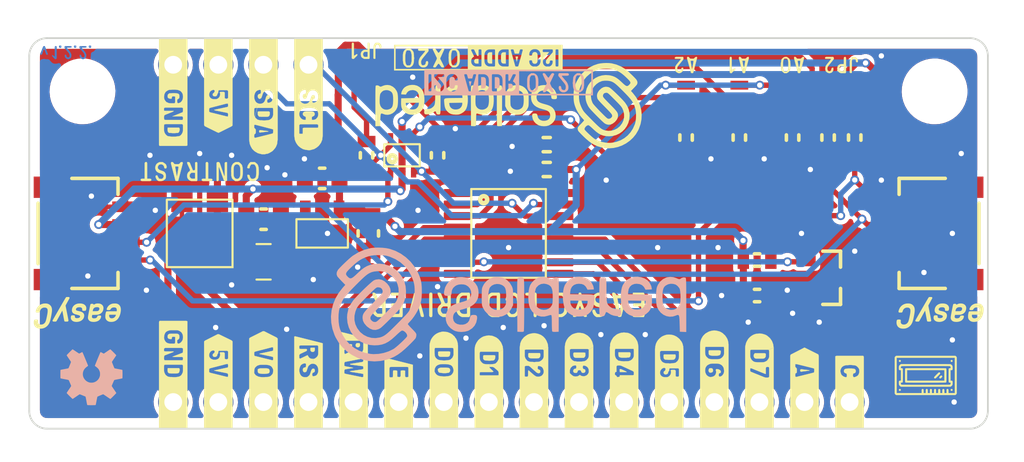
<source format=kicad_pcb>
(kicad_pcb (version 20211014) (generator pcbnew)
  (title_block (title "easyC LCD driver") (date "2021-06-09") (rev "V1.1.1.") (company "SOLDERED") (comment 1 "333003"))
  (layers (0 "F.Cu" signal) (31 "B.Cu" signal) (34 "B.Paste" user) (35 "F.Paste" user) (36 "B.SilkS" user "B.Silkscreen") (37 "F.SilkS" user "F.Silkscreen") (38 "B.Mask" user) (39 "F.Mask" user) (44 "Edge.Cuts" user))
  (net 0 "")
  (net 1 "5V")
  (net 2 "GND")
  (net 3 "3V3")
  (net 4 "A0")
  (net 5 "A1")
  (net 6 "A2")
  (net 7 "SDA")
  (net 8 "SCL")
  (net 9 "C")
  (net 10 "Net-(K3-Pad7)")
  (net 11 "P7")
  (net 12 "P6")
  (net 13 "P5")
  (net 14 "P4")
  (net 19 "P2")
  (net 20 "P1")
  (net 21 "P0")
  (net 22 "Net-(K4-Pad3)")
  (net 23 "Net-(L1-Pad1)")
  (net 24 "P3")
  (net 28 "SDA_PULL5")
  (net 29 "SCL_PULL5")
  (net 30 "SDA_PULL3,3")
  (net 31 "SCL_PULL3,3")
  (net 32 "SCL5")
  (net 33 "SDA5")
  (footprint "e-radionica.com footprinti:HEADER_MALE_4X1" (layer "F.Cu") (at 65.92 114.3)
    (fp_text reference "K5")
    (fp_text value "HEADER_MALE_4X1")
  )
  (footprint "buzzardLabel" (layer "F.Cu") (at 84.97 135.2 -90)
    (fp_text reference "")
    (fp_text value "")
  )
  (footprint "buzzardLabel" (layer "F.Cu") (at 82.43 135.2 -90)
    (fp_text reference "")
    (fp_text value "")
  )
  (footprint "buzzardLabel" (layer "F.Cu") (at 69.73 112.4 -90)
    (fp_text reference "")
    (fp_text value "")
  )
  (footprint "buzzardLabel" (layer "F.Cu") (at 67.19 135.2 -90)
    (fp_text reference "")
    (fp_text value "")
  )
  (footprint "buzzardLabel" (layer "F.Cu") (at 97 114.3 180)
    (fp_text reference "")
    (fp_text value "")
  )
  (footprint "e-radionica.com footprinti:easyC-connector" (layer "F.Cu") (at 57.3 123.8 90)
    (fp_text reference "K1")
    (fp_text value "easyC-SMD")
  )
  (footprint "e-radionica.com footprinti:0603C" (layer "F.Cu") (at 83.15 120.2 180)
    (fp_text reference "C4")
    (fp_text value "0.1uF")
  )
  (footprint "e-radionica.com footprinti:TSSOP-16" (layer "F.Cu") (at 81 123.8)
    (fp_text reference "U1")
    (fp_text value "TCA9534PWR")
  )
  (footprint "e-radionica.com footprinti:0603R" (layer "F.Cu") (at 94 118.4 90)
    (fp_text reference "R2")
    (fp_text value "100k")
  )
  (footprint "e-radionica.com footprinti:SMD_JUMPER" (layer "F.Cu") (at 94 115.8 90)
    (fp_text reference "JP2")
    (fp_text value "SMD_JUMPER")
  )
  (footprint "buzzardLabel" (layer "F.Cu") (at 91 114.3 180)
    (fp_text reference "")
    (fp_text value "")
  )
  (footprint "buzzardLabel" (layer "F.Cu") (at 87.51 135.2 -90)
    (fp_text reference "")
    (fp_text value "")
  )
  (footprint "buzzardLabel" (layer "F.Cu") (at 90.05 135.2 -90)
    (fp_text reference "")
    (fp_text value "")
  )
  (footprint "buzzardLabel" (layer "F.Cu") (at 67.19 112.4 -90)
    (fp_text reference "")
    (fp_text value "")
  )
  (footprint "buzzardLabel" (layer "F.Cu") (at 76.65 113.9 180)
    (fp_text reference "")
    (fp_text value "")
  )
  (footprint "e-radionica.com footprinti:0805C" (layer "F.Cu") (at 73.1 123.8 90)
    (fp_text reference "C2")
    (fp_text value "CL10A226MPCNUBE")
  )
  (footprint "buzzardLabel" (layer "F.Cu") (at 97.67 135.2 -90)
    (fp_text reference "")
    (fp_text value "")
  )
  (footprint "e-radionica.com footprinti:SOT-23-3" (layer "F.Cu") (at 99 126.3)
    (fp_text reference "Q1")
    (fp_text value "NMOS-SOT-23-3")
  )
  (footprint "buzzardLabel" (layer "F.Cu") (at 92.59 135.2 -90)
    (fp_text reference "")
    (fp_text value "")
  )
  (footprint "buzzardLabel" (layer "F.Cu") (at 62.11 112.4 -90)
    (fp_text reference "")
    (fp_text value "")
  )
  (footprint "e-radionica.com footprinti:0603R" (layer "F.Cu") (at 77 119.4 -90)
    (fp_text reference "R8")
    (fp_text value "10k")
  )
  (footprint "Soldered Graphics:Logo-Front-easyC-5mm" (layer "F.Cu") (at 56.7 128.3 180)
    (fp_text reference "G***" hide)
    (fp_text value "LOGO" hide)
  )
  (footprint "buzzardLabel" (layer "F.Cu") (at 100.21 135.2 -90)
    (fp_text reference "")
    (fp_text value "")
  )
  (footprint "e-radionica.com footprinti:SMD_JUMPER" (layer "F.Cu") (at 97 115.8 90)
    (fp_text reference "JP1")
    (fp_text value "SMD_JUMPER")
  )
  (footprint "Soldered Graphics:Symbol-Front-LCD" (layer "F.Cu") (at 104.5 131.8 180)
    (fp_text reference "G***" hide)
    (fp_text value "LOGO" hide)
  )
  (footprint "e-radionica.com footprinti:easyC-connector" (layer "F.Cu") (at 104.7 123.8 -90)
    (fp_text reference "K2")
    (fp_text value "easyC-SMD")
  )
  (footprint "e-radionica.com footprinti:SMD_JUMPER_3_PAD_TRACE" (layer "F.Cu") (at 73 114.5 180)
    (fp_text reference "JP4")
    (fp_text value "SMD_JUMPER_3_PAD_TRACE")
  )
  (footprint "e-radionica.com footprinti:0603R" (layer "F.Cu") (at 95 127.3)
    (fp_text reference "R5")
    (fp_text value "0R")
  )
  (footprint "e-radionica.com footprinti:tps613222a" (layer "F.Cu") (at 70.5 123.8 90)
    (fp_text reference "U2")
    (fp_text value "TPS613222A")
  )
  (footprint "Soldered Graphics:Logo-Front-SolderedFULL-15mm" (layer "F.Cu") (at 81 116.6 180)
    (fp_text reference "REF**" hide)
    (fp_text value "Logo-Front-SolderedFULL-15mm" hide)
  )
  (footprint "e-radionica.com footprinti:0603R" (layer "F.Cu") (at 97 118.4 90)
    (fp_text reference "R1")
    (fp_text value "100k")
  )
  (footprint "buzzardLabel" (layer "F.Cu") (at 77.35 135.2 -90)
    (fp_text reference "")
    (fp_text value "")
  )
  (footprint "buzzardLabel" (layer "F.Cu") (at 74.81 135.2 -90)
    (fp_text reference "")
    (fp_text value "")
  )
  (footprint "Soldered Graphics:Logo-Front-easyC-5mm" (layer "F.Cu") (at 105.3 128.3 180)
    (fp_text reference "G***" hide)
    (fp_text value "LOGO" hide)
  )
  (footprint "buzzardLabel" (layer "F.Cu") (at 81 127.8 180)
    (fp_text reference "")
    (fp_text value "")
  )
  (footprint "e-radionica.com footprinti:0603R" (layer "F.Cu") (at 100.5 118.4 90)
    (fp_text reference "R10")
    (fp_text value "10k")
  )
  (footprint "buzzardLabel" (layer "F.Cu") (at 64.65 135.2 -90)
    (fp_text reference "")
    (fp_text value "")
  )
  (footprint "buzzardLabel" (layer "F.Cu") (at 95.13 135.2 -90)
    (fp_text reference "")
    (fp_text value "")
  )
  (footprint "buzzardLabel" (layer "F.Cu") (at 94 114.3 180)
    (fp_text reference "")
    (fp_text value "")
  )
  (footprint "e-radionica.com footprinti:SMD_JUMPER_3_PAD_TRACE" (layer "F.Cu") (at 99.75 115.8 180)
    (fp_text reference "JP5")
    (fp_text value "SMD_JUMPER_3_PAD_TRACE")
  )
  (footprint "buzzardLabel" (layer "F.Cu") (at 73 113.5 180)
    (fp_text reference "")
    (fp_text value "")
  )
  (footprint "e-radionica.com footprinti:SMD_JUMPER" (layer "F.Cu") (at 91 115.8 90)
    (fp_text reference "JP3")
    (fp_text value "SMD_JUMPER")
  )
  (footprint "e-radionica.com footprinti:0603C" (layer "F.Cu") (at 83.15 118.8 180)
    (fp_text reference "C3")
    (fp_text value "1uF")
  )
  (footprint "Soldered Graphics:Symbol-Front-I2C-ADDR-Field" (layer "F.Cu") (at 79.3 113.9 180)
    (fp_text reference "REF**" hide)
    (fp_text value "Symbol-Front-I2C-ADDR-Field" hide)
  )
  (footprint "buzzardLabel" (layer "F.Cu") (at 63.6 120.3 180)
    (fp_text reference "")
    (fp_text value "")
  )
  (footprint "buzzardLabel" (layer "F.Cu") (at 69.73 135.2 -90)
    (fp_text reference "")
    (fp_text value "")
  )
  (footprint "e-radionica.com footprinti:SOT-363" (layer "F.Cu") (at 75 119.4 90)
    (fp_text reference "U3")
    (fp_text value "NMOS-DUAL")
  )
  (footprint "Soldered Graphics:Logo-Back-OSH-3.5mm" (layer "F.Cu") (at 57.5 131.9 180)
    (fp_text reference "G***" hide)
    (fp_text value "LOGO" hide)
  )
  (footprint "buzzardLabel" (layer "F.Cu") (at 64.65 112.4 -90)
    (fp_text reference "")
    (fp_text value "")
  )
  (footprint "buzzardLabel" (layer "F.Cu") (at 72.27 135.2 -90)
    (fp_text reference "")
    (fp_text value "")
  )
  (footprint "Soldered Graphics:Logo-Back-SolderedFULL-20mm" (layer "F.Cu") (at 81 127.8 180)
    (fp_text reference "REF**" hide)
    (fp_text value "Logo-Front-SolderedFULL-20mm" hide)
  )
  (footprint "e-radionica.com footprinti:0603R" (layer "F.Cu") (at 91 118.4 90)
    (fp_text reference "R3")
    (fp_text value "100k")
  )
  (footprint "e-radionica.com footprinti:0603R" (layer "F.Cu") (at 73 119.4 90)
    (fp_text reference "R9")
    (fp_text value "10k")
  )
  (footprint "e-radionica.com footprinti:0805C" (layer "F.Cu") (at 70.5 120.7)
    (fp_text reference "C1")
    (fp_text value "CL10A226MPCNUBE")
  )
  (footprint "buzzardLabel" (layer "F.Cu") (at 79.89 135.2 -90)
    (fp_text reference "")
    (fp_text value "")
  )
  (footprint "e-radionica.com footprinti:0603R" (layer "F.Cu") (at 99 118.4 -90)
    (fp_text reference "R6")
    (fp_text value "10k")
  )
  (footprint "e-radionica.com footprinti:FIDUCIAL_23" (layer "F.Cu") (at 57 132.3 -90)
    (fp_text reference "FD1")
    (fp_text value "FIDUCIAL")
  )
  (footprint "buzzardLabel" (layer "F.Cu") (at 99.75 114.3 180)
    (fp_text reference "")
    (fp_text value "")
  )
  (footprint "e-radionica.com footprinti:HOLE_3.2mm" (layer "F.Cu") (at 105 115.8 -90)
    (fp_text reference "H2" hide)
    (fp_text value "HOLE_3.2mm" hide)
  )
  (footprint "e-radionica.com footprinti:HOLE_3.2mm" (layer "F.Cu") (at 57 115.8 -90)
    (fp_text reference "H1" hide)
    (fp_text value "HOLE_3.2mm" hide)
  )
  (footprint "e-radionica.com footprinti:0806L" (layer "F.Cu") (at 67.2 125.4 180)
    (fp_text reference "L1")
    (fp_text value "DFE201612E-2R2M=P2")
  )
  (footprint "e-radionica.com footprinti:tc33x-2-103e" (layer "F.Cu") (at 63.6 123.8 180)
    (fp_text reference "R7")
    (fp_text value "tc33x-2-103e")
  )
  (footprint "e-radionica.com footprinti:0805C" (layer "F.Cu") (at 67.2 123 180)
    (fp_text reference "C5")
    (fp_text value "C1608X7S1A475K080AC")
  )
  (footprint "e-radionica.com footprinti:0603R" (layer "F.Cu") (at 95 125.3)
    (fp_text reference "R4")
    (fp_text value "10k")
  )
  (footprint "buzzardLabel" (layer "F.Cu") (at 62.11 135.2 -90)
    (fp_text reference "")
    (fp_text value "")
  )
  (footprint "e-radionica.com footprinti:HEADER_MALE_8X1" (layer "B.Cu") (at 91.32 133.3)
    (fp_text reference "K3")
    (fp_text value "HEADER_MALE_8X1")
  )
  (footprint "buzzardLabel" (layer "B.Cu") (at 83.65 115.3)
    (fp_text reference "")
    (fp_text value "")
  )
  (footprint "Soldered Graphics:Version1.2.2." (layer "B.Cu") (at 56.1 113.6)
    (fp_text reference "REF**" hide)
    (fp_text value "Version1.2.2." hide)
  )
  (footprint "e-radionica.com footprinti:HEADER_MALE_8X1" (layer "B.Cu") (at 71 133.3)
    (fp_text reference "K4")
    (fp_text value "HEADER_MALE_8X1")
  )
  (footprint "Soldered Graphics:Symbol-Front-I2C-ADDR-Field" (layer "B.Cu") (at 81 115.3)
    (fp_text reference "REF**" hide)
    (fp_text value "Symbol-Front-I2C-ADDR-Field" hide)
  )
  (gr_arc (start 54 113.8) (mid 54.292893 113.092893) (end 55 112.8) (layer "Edge.Cuts") (width 0.1))
  (gr_line (start 107 134.8) (end 55 134.8) (layer "Edge.Cuts") (width 0.1))
  (gr_arc (start 108 133.8) (mid 107.707107 134.507107) (end 107 134.8) (layer "Edge.Cuts") (width 0.1))
  (gr_arc (start 107 112.8) (mid 107.707107 113.092893) (end 108 113.8) (layer "Edge.Cuts") (width 0.1))
  (gr_line (start 55 112.8) (end 107 112.8) (layer "Edge.Cuts") (width 0.1))
  (gr_line (start 108 113.8) (end 108 133.8) (layer "Edge.Cuts") (width 0.1))
  (gr_arc (start 55 134.8) (mid 54.292893 134.507107) (end 54 133.8) (layer "Edge.Cuts") (width 0.1))
  (gr_line (start 54 133.8) (end 54 113.8) (layer "Edge.Cuts") (width 0.1))
  (segment (start 64.6 114.35) (end 64.6 117.29) (width 0.4) (layer "F.Cu") (net 1))
  (segment (start 71.4 119.95) (end 71.475 120.025) (width 0.4) (layer "F.Cu") (net 1))
  (segment (start 61.81 124.4) (end 62.61 123.6) (width 0.4) (layer "F.Cu") (net 1))
  (segment (start 95.65 115.45) (end 94 115.45) (width 0.3) (layer "F.Cu") (net 1))
  (segment (start 61.81 127.9) (end 61.81 124.4) (width 0.4) (layer "F.Cu") (net 1))
  (segment (start 71.41 113.6) (end 71.81 113.2) (width 0.4) (layer "F.Cu") (net 1))
  (segment (start 71.41 116) (end 71.41 113.6) (width 0.4) (layer "F.Cu") (net 1))
  (segment (start 66.11 118.8) (end 70.25 118.8) (width 0.4) (layer "F.Cu") (net 1))
  (segment (start 72.51 113.2) (end 73 113.69) (width 0.4) (layer "F.Cu") (net 1))
  (segment (start 70.25 118.8) (end 71.4 119.95) (width 0.4) (layer "F.Cu") (net 1))
  (segment (start 73 113.69) (end 73 114.5) (width 0.4) (layer "F.Cu") (net 1))
  (segment (start 64.6 117.29) (end 66.11 118.8) (width 0.4) (layer "F.Cu") (net 1))
  (segment (start 83.88 118.8) (end 83.88 120.2) (width 0.4) (layer "F.Cu") (net 1))
  (segment (start 62.61 123.6) (end 64.11 123.6) (width 0.4) (layer "F.Cu") (net 1))
  (segment (start 64.65 133.3) (end 64.65 130.74) (width 0.4) (layer "F.Cu") (net 1))
  (segment (start 71.81 113.2) (end 72.51 113.2) (width 0.4) (layer "F.Cu") (net 1))
  (segment (start 71.475 120.025) (end 71.475 120.7) (width 0.4) (layer "F.Cu") (net 1))
  (segment (start 64.6 123.11) (end 64.6 122) (width 0.4) (layer "F.Cu") (net 1))
  (segment (start 95.65 115.45) (end 95.15 115.45) (width 0.3) (layer "F.Cu") (net 1))
  (segment (start 83.9 121.525) (end 83.9 120.22) (width 0.4) (layer "F.Cu") (net 1))
  (segment (start 71.45 122.5) (end 72.775 122.5) (width 0.4) (layer "F.Cu") (net 1))
  (segment (start 71.475 122.475) (end 71.45 122.5) (width 0.4) (layer "F.Cu") (net 1))
  (segment (start 84.81 120.2) (end 83.88 120.2) (width 0.4) (layer "F.Cu") (net 1))
  (segment (start 74.025 122.825) (end 74.6 123.4) (width 0.4) (layer "F.Cu") (net 1))
  (segment (start 64.11 123.6) (end 64.6 123.11) (width 0.4) (layer "F.Cu") (net 1))
  (segment (start 83.9 120.22) (end 83.88 120.2) (width 0.4) (layer "F.Cu") (net 1))
  (segment (start 64.65 114.3) (end 64.61 114.34) (width 0.4) (layer "F.Cu") (net 1))
  (segment (start 94.225 125.3) (end 94.225 127.3) (width 0.4) (layer "F.Cu") (net 1))
  (segment (start 94.21 124.2) (end 94.21 125.285) (width 0.4) (layer "F.Cu") (net 1))
  (segment (start 97 115.45) (end 95.65 115.45) (width 0.3) (layer "F.Cu") (net 1))
  (segment (start 64.65 121.95) (end 64.6 122) (width 0.4) (layer "F.Cu") (net 1))
  (segment (start 64.65 114.3) (end 64.6 114.35) (width 0.4) (layer "F.Cu") (net 1))
  (segment (start 64.6 117.29) (end 64.6 122) (width 0.4) (layer "F.Cu") (net 1))
  (segment (start 72.775 122.5) (end 73.1 122.825) (width 0.4) (layer "F.Cu") (net 1))
  (segment (start 71.475 120.7) (end 71.475 122.475) (width 0.4) (layer "F.Cu") (net 1))
  (segment (start 91 115.45) (end 89.85 115.45) (width 0.3) (layer "F.Cu") (net 1))
  (segment (start 71.4 116.01) (end 71.41 116) (width 0.4) (layer "F.Cu") (net 1))
  (segment (start 94.21 125.285) (end 94.225 125.3) (width 0.4) (layer "F.Cu") (net 1))
  (segment (start 71.4 119.95) (end 71.4 116.01) (width 0.4) (layer "F.Cu") (net 1))
  (segment (start 64.65 130.74) (end 61.81 127.9) (width 0.4) (layer "F.Cu") (net 1))
  (segment (start 73.1 122.825) (end 74.025 122.825) (width 0.4) (layer "F.Cu") (net 1))
  (via (at 95.15 115.45) (size 0.5) (drill 0.3) (layers "F.Cu" "B.Cu") (net 1))
  (via (at 84.81 120.2) (size 0.5) (drill 0.3) (layers "F.Cu" "B.Cu") (net 1))
  (via (at 89.85 115.45) (size 0.5) (drill 0.3) (layers "F.Cu" "B.Cu") (net 1))
  (via (at 94.21 124.2) (size 0.5) (drill 0.3) (layers "F.Cu" "B.Cu") (net 1))
  (via (at 74.6 123.4) (size 0.5) (drill 0.3) (layers "F.Cu" "B.Cu") (net 1))
  (segment (start 95.15 115.45) (end 90.05 115.45) (width 0.3) (layer "B.Cu") (net 1))
  (segment (start 89.56 115.45) (end 84.81 120.2) (width 0.3) (layer "B.Cu") (net 1))
  (segment (start 93.71 123.7) (end 94.21 124.2) (width 0.4) (layer "B.Cu") (net 1))
  (segment (start 74.6 123.4) (end 74.9 123.7) (width 0.4) (layer "B.Cu") (net 1))
  (segment (start 74.9 123.7) (end 83.31 123.7) (width 0.4) (layer "B.Cu") (net 1))
  (segment (start 83.91 123.1) (end 84.81 122.2) (width 0.4) (layer "B.Cu") (net 1))
  (segment (start 90.05 115.45) (end 89.85 115.45) (width 0.3) (layer "B.Cu") (net 1))
  (segment (start 84.81 122.2) (end 84.81 120.2) (width 0.4) (layer "B.Cu") (net 1))
  (segment (start 83.31 123.7) (end 83.91 123.1) (width 0.4) (layer "B.Cu") (net 1))
  (segment (start 90.05 115.45) (end 89.56 115.45) (width 0.3) (layer "B.Cu") (net 1))
  (segment (start 83.31 123.7) (end 93.71 123.7) (width 0.4) (layer "B.Cu") (net 1))
  (via (at 72.5 125.7) (size 0.5) (drill 0.3) (layers "F.Cu" "B.Cu") (net 2))
  (via (at 64.5 129.1) (size 0.5) (drill 0.3) (layers "F.Cu" "B.Cu") (net 2))
  (via (at 81 124.6) (size 0.5) (drill 0.3) (layers "F.Cu" "B.Cu") (net 2))
  (via (at 80.7 129.1) (size 0.5) (drill 0.3) (layers "F.Cu" "B.Cu") (net 2))
  (via (at 57.5 121.7) (size 0.5) (drill 0.3) (layers "F.Cu" "B.Cu") (net 2))
  (via (at 86.5 120.8) (size 0.5) (drill 0.3) (layers "F.Cu" "B.Cu") (net 2))
  (via (at 106.1 133.3) (size 0.5) (drill 0.3) (layers "F.Cu" "B.Cu") (net 2))
  (via (at 89.4 124.6) (size 0.5) (drill 0.3) (layers "F.Cu" "B.Cu") (net 2))
  (via (at 63.6 119.3) (size 0.5) (drill 0.3) (layers "F.Cu" "B.Cu") (net 2))
  (via (at 65.4 119.4) (size 0.5) (drill 0.3) (layers "F.Cu" "B.Cu") (net 2))
  (via (at 88.7 129.5) (size 0.5) (drill 0.3) (layers "F.Cu" "B.Cu") (net 2))
  (via (at 104.4 126) (size 0.5) (drill 0.3) (layers "F.Cu" "B.Cu") (net 2))
  (via (at 65.4 126.7) (size 0.5) (drill 0.3) (layers "F.Cu" "B.Cu") (net 2))
  (via (at 93 127.3) (size 0.5) (drill 0.3) (layers "F.Cu" "B.Cu") (net 2))
  (via (at 98.5 128.8) (size 0.5) (drill 0.3) (layers "F.Cu" "B.Cu") (net 2))
  (via (at 106 129.8) (size 0.5) (drill 0.3) (layers "F.Cu" "B.Cu") (net 2))
  (via (at 97 128.3) (size 0.5) (drill 0.3) (layers "F.Cu" "B.Cu") (net 2))
  (via (at 94.5 128.8) (size 0.5) (drill 0.3) (layers "F.Cu" "B.Cu") (net 2))
  (via (at 68.5 129.2) (size 0.5) (drill 0.3) (layers "F.Cu" "B.Cu") (net 2))
  (via (at 78 117.9) (size 0.5) (drill 0.3) (layers "F.Cu" "B.Cu") (net 2))
  (via (at 77 126.8) (size 0.5) (drill 0.3) (layers "F.Cu" "B.Cu") (net 2))
  (via (at 75.6 115) (size 0.5) (drill 0.3) (layers "F.Cu" "B.Cu") (net 2))
  (via (at 68.4 120.5) (size 0.5) (drill 0.3) (layers "F.Cu" "B.Cu") (net 2))
  (via (at 75.9 122.5) (size 0.5) (drill 0.3) (layers "F.Cu" "B.Cu") (net 2))
  (via (at 81.2 118.9) (size 0.5) (drill 0.3) (layers "F.Cu" "B.Cu") (net 2))
  (via (at 96.7 127) (size 0.5) (drill 0.3) (layers "F.Cu" "B.Cu") (net 2))
  (via (at 92.8 124.6) (size 0.5) (drill 0.3) (layers "F.Cu" "B.Cu") (net 2))
  (via (at 60.8 119.4) (size 0.5) (drill 0.3) (layers "F.Cu" "B.Cu") (net 2))
  (via (at 81.1 120.3) (size 0.5) (drill 0.3) (layers "F.Cu" "B.Cu") (net 2))
  (via (at 86.2 129.5) (size 0.5) (drill 0.3) (layers "F.Cu" "B.Cu") (net 2))
  (via (at 61.1 122.5) (size 0.5) (drill 0.3) (layers "F.Cu" "B.Cu") (net 2))
  (via (at 106 123.8) (size 0.5) (drill 0.3) (layers "F.Cu" "B.Cu") (net 2))
  (via (at 57.3 126.2) (size 0.5) (drill 0.3) (layers "F.Cu" "B.Cu") (net 2))
  (via (at 102 113.8) (size 0.5) (drill 0.3) (layers "F.Cu" "B.Cu") (net 2))
  (via (at 78.6 129.7) (size 0.5) (drill 0.3) (layers "F.Cu" "B.Cu") (net 2))
  (via (at 95.4 119.6) (size 0.5) (drill 0.3) (layers "F.Cu" "B.Cu") (net 2))
  (via (at 60.6 127) (size 0.5) (drill 0.3) (layers "F.Cu" "B.Cu") (net 2))
  (via (at 98 120.2) (size 0.5) (drill 0.3) (layers "F.Cu" "B.Cu") (net 2))
  (via (at 97.5 123.8) (size 0.5) (drill 0.3) (layers "F.Cu" "B.Cu") (net 2))
  (via (at 70 126.4) (size 0.5) (drill 0.3) (layers "F.Cu" "B.Cu") (net 2))
  (via (at 67.4 120.1) (size 0.5) (drill 0.3) (layers "F.Cu" "B.Cu") (net 2))
  (via (at 92.4 119.6) (size 0.5) (drill 0.3) (layers "F.Cu" "B.Cu") (net 2))
  (via (at 102 120.8) (size 0.5) (drill 0.3) (layers "F.Cu" "B.Cu") (net 2))
  (via (at 100.5 124.8) (size 0.5) (drill 0.3) (layers "F.Cu" "B.Cu") (net 2))
  (via (at 83 129) (size 0.5) (drill 0.3) (layers "F.Cu" "B.Cu") (net 2))
  (via (at 70.8 123.8) (size 0.5) (drill 0.3) (layers "F.Cu" "B.Cu") (net 2))
  (via (at 69.5 119.6) (size 0.5) (drill 0.3) (layers "F.Cu" "B.Cu") (net 2))
  (via (at 106.5 119.3) (size 0.5) (drill 0.3) (layers "F.Cu" "B.Cu") (net 2))
  (via (at 76 130.7) (size 0.5) (drill 0.3) (layers "F.Cu" "B.Cu") (net 2))
  (segment (start 75 120.32) (end 75 118.48) (width 0.4) (layer "F.Cu") (net 3))
  (segment (start 66.225 123) (end 66.225 121.675) (width 0.4) (layer "F.Cu") (net 3))
  (segment (start 66.225 123) (end 66.225 125.325) (width 0.4) (layer "F.Cu") (net 3))
  (segment (start 74.9 121.4) (end 75 121.3) (width 0.4) (layer "F.Cu") (net 3))
  (segment (start 66.225 121.675) (end 66.6 121.3) (width 0.4) (layer "F.Cu") (net 3))
  (segment (start 59.45 123.3) (end 57.91 123.3) (width 0.4) (layer "F.Cu") (net 3))
  (segment (start 75 121.3) (end 75 120.32) (width 0.4) (layer "F.Cu") (net 3))
  (segment (start 101.7 118) (end 104.6 120.9) (width 0.4) (layer "F.Cu") (net 3))
  (segment (start 75 118.48) (end 75 117.5) (width 0.4) (layer "F.Cu") (net 3))
  (segment (start 99.75 115.02998) (end 100.57998 114.2) (width 0.4) (layer "F.Cu") (net 3))
  (segment (start 104.6 123.4) (end 103.7 124.3) (width 0.4) (layer "F.Cu") (net 3))
  (segment (start 66.225 125.325) (end 66.3 125.4) (width 0.4) (layer "F.Cu") (net 3))
  (segment (start 104.6 120.9) (end 104.6 123.4) (width 0.4) (layer "F.Cu") (net 3))
  (segment (start 101.7 114.7) (end 101.7 118) (width 0.4) (layer "F.Cu") (net 3))
  (segment (start 99.75 115.8) (end 99.75 115.02998) (width 0.4) (layer "F.Cu") (net 3))
  (segment (start 103.7 124.3) (end 102.55 124.3) (width 0.4) (layer "F.Cu") (net 3))
  (segment (start 100.57998 114.2) (end 101.11 114.2) (width 0.4) (layer "F.Cu") (net 3))
  (segment (start 101.2 114.2) (end 101.7 114.7) (width 0.4) (layer "F.Cu") (net 3))
  (segment (start 66.57 125.03) (end 66.5 125.1) (width 0.4) (layer "F.Cu") (net 3))
  (segment (start 101.11 114.2) (end 101.2 114.2) (width 0.4) (layer "F.Cu") (net 3))
  (via (at 75 117.5) (size 0.5) (drill 0.3) (layers "F.Cu" "B.Cu") (net 3))
  (via (at 57.91 123.3) (size 0.5) (drill 0.3) (layers "F.Cu" "B.Cu") (net 3))
  (via (at 101.11 114.2) (size 0.5) (drill 0.3) (layers "F.Cu" "B.Cu") (net 3))
  (via (at 74.9 121.4) (size 0.5) (drill 0.3) (layers "F.Cu" "B.Cu") (net 3))
  (via (at 66.6 121.3) (size 0.5) (drill 0.3) (layers "F.Cu" "B.Cu") (net 3))
  (segment (start 66.6 121.3) (end 59.91 121.3) (width 0.4) (layer "B.Cu") (net 3))
  (segment (start 74.8 121.3) (end 74.9 121.4) (width 0.4) (layer "B.Cu") (net 3))
  (segment (start 75 117.5) (end 78.3 114.2) (width 0.4) (layer "B.Cu") (net 3))
  (segment (start 66.6 121.3) (end 74.8 121.3) (width 0.4) (layer "B.Cu") (net 3))
  (segment (start 59.91 121.3) (end 57.91 123.3) (width 0.4) (layer "B.Cu") (net 3))
  (segment (start 78.3 114.2) (end 101.11 114.2) (width 0.4) (layer "B.Cu") (net 3))
  (segment (start 92.617135 113.9) (end 97.5 113.9) (width 0.3) (layer "F.Cu") (net 4))
  (segment (start 78.21 119) (end 83.31002 113.89998) (width 0.3) (layer "F.Cu") (net 4))
  (segment (start 98.1 115.9) (end 97.85 116.15) (width 0.3) (layer "F.Cu") (net 4))
  (segment (start 98.1 114.5) (end 98.1 115.9) (width 0.3) (layer "F.Cu") (net 4))
  (segment (start 83.31002 113.89998) (end 92.617115 113.89998) (width 0.3) (layer "F.Cu") (net 4))
  (segment (start 97.5 113.9) (end 98.1 114.5) (width 0.3) (layer "F.Cu") (net 4))
  (segment (start 97.85 116.15) (end 97 116.15) (width 0.3) (layer "F.Cu") (net 4))
  (segment (start 97 116.15) (end 97 117.625) (width 0.3) (layer "F.Cu") (net 4))
  (segment (start 78.21 121.415) (end 78.21 119) (width 0.3) (layer "F.Cu") (net 4))
  (segment (start 78.1 121.525) (end 78.21 121.415) (width 0.3) (layer "F.Cu") (net 4))
  (segment (start 92.617115 113.89998) (end 92.617135 113.9) (width 0.3) (layer "F.Cu") (net 4))
  (segment (start 78.1 122.175) (end 79.235 122.175) (width 0.3) (layer "F.Cu") (net 5))
  (segment (start 79.51 121.9) (end 79.51 118.5) (width 0.3) (layer "F.Cu") (net 5))
  (segment (start 79.51 118.5) (end 83.61 114.4) (width 0.3) (layer "F.Cu") (net 5))
  (segment (start 79.235 122.175) (end 79.51 121.9) (width 0.3) (layer "F.Cu") (net 5))
  (segment (start 93.26 116.15) (end 94 116.15) (width 0.3) (layer "F.Cu") (net 5))
  (segment (start 91.51 114.4) (end 93.26 116.15) (width 0.3) (layer "F.Cu") (net 5))
  (segment (start 83.61 114.4) (end 91.51 114.4) (width 0.3) (layer "F.Cu") (net 5))
  (segment (start 94 116.15) (end 94 117.625) (width 0.3) (layer "F.Cu") (net 5))
  (segment (start 79.385 122.825) (end 80.01 122.2) (width 0.3) (layer "F.Cu") (net 6))
  (segment (start 78.1 122.825) (end 79.385 122.825) (width 0.3) (layer "F.Cu") (net 6))
  (segment (start 80.01 122.2) (end 80.01 118.707136) (width 0.3) (layer "F.Cu") (net 6))
  (segment (start 82.567136 116.15) (end 91 116.15) (width 0.3) (layer "F.Cu") (net 6))
  (segment (start 80.01 118.707136) (end 82.567136 116.15) (width 0.3) (layer "F.Cu") (net 6))
  (segment (start 91 116.15) (end 91 117.625) (width 0.3) (layer "F.Cu") (net 6))
  (segment (start 99 121.09) (end 99 119.175) (width 0.3) (layer "F.Cu") (net 7))
  (segment (start 74.2 120.47) (end 74.2 122) (width 0.3) (layer "F.Cu") (net 7))
  (segment (start 74.35 120.65) (end 74.35 120.32) (width 0.3) (layer "F.Cu") (net 7))
  (segment (start 60.61 124.3) (end 59.45 124.3) (width 0.3) (layer "F.Cu") (net 7))
  (segment (start 74.35 120.32) (end 74.2 120.47) (width 0.3) (layer "F.Cu") (net 7))
  (segment (start 101.21 123.3) (end 100.905 122.995) (width 0.3) (layer "F.Cu") (net 7))
  (segment (start 100.16 122.25) (end 99 121.09) (width 0.3) (layer "F.Cu") (net 7))
  (segment (start 100.905 122.995) (end 100.16 122.25) (width 0.3) (layer "F.Cu") (net 7))
  (segment (start 102.55 123.3) (end 101.21 123.3) (width 0.3) (layer "F.Cu") (net 7))
  (segment (start 100.085 122.175) (end 100.16 122.25) (width 0.3) (layer "F.Cu") (net 7))
  (via (at 100.905 122.995) (size 0.5) (drill 0.3) (layers "F.Cu" "B.Cu") (net 7))
  (via (at 60.61 124.3) (size 0.5) (drill 0.3) (layers "F.Cu" "B.Cu") (net 7))
  (via (at 74.2 122) (size 0.5) (drill 0.3) (layers "F.Cu" "B.Cu") (net 7))
  (segment (start 74.4 126.1) (end 97.8 126.1) (width 0.3) (layer "B.Cu") (net 7))
  (segment (start 62.71 122.2) (end 60.61 124.3) (width 0.3) (layer "B.Cu") (net 7))
  (segment (start 68.9 122.2) (end 62.71 122.2) (width 0.3) (layer "B.Cu") (net 7))
  (segment (start 74.2 122) (end 74 122.2) (width 0.3) (layer "B.Cu") (net 7))
  (segment (start 97.8 126.1) (end 100.905 122.995) (width 0.3) (layer "B.Cu") (net 7))
  (segment (start 74 122.2) (end 70.5 122.2) (width 0.3) (layer "B.Cu") (net 7))
  (segment (start 68.9 122.2) (end 70.5 122.2) (width 0.3) (layer "B.Cu") (net 7))
  (segment (start 70.5 122.2) (end 74.4 126.1) (width 0.3) (layer "B.Cu") (net 7))
  (segment (start 89.9 122.8) (end 92.7 122.8) (width 0.3) (layer "F.Cu") (net 8))
  (segment (start 102.01 122.3) (end 100.5 120.79) (width 0.3) (layer "F.Cu") (net 8))
  (segment (start 84.5 117.4) (end 89.9 122.8) (width 0.3) (layer "F.Cu") (net 8))
  (segment (start 59.45 125.3) (end 60.81 125.3) (width 0.3) (layer "F.Cu") (net 8))
  (segment (start 102.55 122.3) (end 102.01 122.3) (width 0.3) (layer "F.Cu") (net 8))
  (segment (start 99.71 122.8) (end 99.685 122.825) (width 0.3) (layer "F.Cu") (net 8))
  (segment (start 91.7 127.6) (end 91.7 123.8) (width 0.3) (layer "F.Cu") (net 8))
  (segment (start 100.5 120.79) (end 100.5 119.175) (width 0.3) (layer "F.Cu") (net 8))
  (segment (start 75.65 118.15) (end 76 117.8) (width 0.3) (layer "F.Cu") (net 8))
  (segment (start 75.65 118.48) (end 75.65 118.15) (width 0.3) (layer "F.Cu") (net 8))
  (segment (start 92.7 122.8) (end 99.71 122.8) (width 0.3) (layer "F.Cu") (net 8))
  (segment (start 91.7 123.8) (end 92.7 122.8) (width 0.3) (layer "F.Cu") (net 8))
  (via (at 99.71 122.8) (size 0.5) (drill 0.3) (layers "F.Cu" "B.Cu") (net 8))
  (via (at 84.5 117.4) (size 0.5) (drill 0.3) (layers "F.Cu" "B.Cu") (net 8))
  (via (at 60.81 125.3) (size 0.5) (drill 0.3) (layers "F.Cu" "B.Cu") (net 8))
  (via (at 100.5 120.79) (size 0.5) (drill 0.3) (layers "F.Cu" "B.Cu") (net 8))
  (via (at 76 117.8) (size 0.5) (drill 0.3) (layers "F.Cu" "B.Cu") (net 8))
  (via (at 91.7 127.6) (size 0.5) (drill 0.3) (layers "F.Cu" "B.Cu") (net 8))
  (segment (start 79.2 117.3) (end 84.4 117.3) (width 0.3) (layer "B.Cu") (net 8))
  (segment (start 76.5 117.3) (end 79.2 117.3) (width 0.3) (layer "B.Cu") (net 8))
  (segment (start 60.9 125.3) (end 60.81 125.3) (width 0.3) (layer "B.Cu") (net 8))
  (segment (start 99.71 122.8) (end 99.71 121.58) (width 0.3) (layer "B.Cu") (net 8))
  (segment (start 84.4 117.3) (end 84.5 117.4) (width 0.3) (layer "B.Cu") (net 8))
  (segment (start 99.71 121.58) (end 100.5 120.79) (width 0.3) (layer "B.Cu") (net 8))
  (segment (start 63.2 127.6) (end 60.9 125.3) (width 0.3) (layer "B.Cu") (net 8))
  (segment (start 76 117.8) (end 76.5 117.3) (width 0.3) (layer "B.Cu") (net 8))
  (segment (start 91.7 127.6) (end 63.2 127.6) (width 0.3) (layer "B.Cu") (net 8))
  (segment (start 100.2 126.3) (end 100.2 133.29) (width 0.4) (layer "F.Cu") (net 9))
  (segment (start 100.2 133.29) (end 100.21 133.3) (width 0.4) (layer "F.Cu") (net 9))
  (segment (start 97.67 133.3) (end 97.67 130.26) (width 0.4) (layer "F.Cu") (net 10))
  (segment (start 95.775 128.365) (end 95.775 127.3) (width 0.4) (layer "F.Cu") (net 10))
  (segment (start 97.67 130.26) (end 95.775 128.365) (width 0.4) (layer "F.Cu") (net 10))
  (segment (start 83.9 124.125) (end 86.425 124.125) (width 0.3) (layer "F.Cu") (net 11))
  (segment (start 95.13 132.83) (end 95.13 133.3) (width 0.3) (layer "F.Cu") (net 11))
  (segment (start 86.425 124.125) (end 95.13 132.83) (width 0.3) (layer "F.Cu") (net 11))
  (segment (start 83.9 124.775) (end 86.185 124.775) (width 0.3) (layer "F.Cu") (net 12))
  (segment (start 92.59 131.18) (end 92.59 133.3) (width 0.3) (layer "F.Cu") (net 12))
  (segment (start 86.185 124.775) (end 92.59 131.18) (width 0.3) (layer "F.Cu") (net 12))
  (segment (start 90.05 129.45) (end 90.05 133.3) (width 0.3) (layer "F.Cu") (net 13))
  (segment (start 83.9 125.425) (end 86.025 125.425) (width 0.3) (layer "F.Cu") (net 13))
  (segment (start 86.025 125.425) (end 90.05 129.45) (width 0.3) (layer "F.Cu") (net 13))
  (segment (start 87.51 127.81) (end 87.51 133.3) (width 0.3) (layer "F.Cu") (net 14))
  (segment (start 85.775 126.075) (end 87.51 127.81) (width 0.3) (layer "F.Cu") (net 14))
  (segment (start 83.9 126.075) (end 85.775 126.075) (width 0.3) (layer "F.Cu") (net 14))
  (segment (start 76.435 124.775) (end 74.81 126.4) (width 0.3) (layer "F.Cu") (net 19))
  (segment (start 78.1 124.775) (end 76.435 124.775) (width 0.3) (layer "F.Cu") (net 19))
  (segment (start 74.81 126.4) (end 74.81 133.3) (width 0.3) (layer "F.Cu") (net 19))
  (segment (start 76.292136 124.125) (end 72.27 128.147136) (width 0.3) (layer "F.Cu") (net 20))
  (segment (start 78.1 124.125) (end 76.292136 124.125) (width 0.3) (layer "F.Cu") (net 20))
  (segment (start 72.27 128.147136) (end 72.27 133.3) (width 0.3) (layer "F.Cu") (net 20))
  (segment (start 76.235 123.475) (end 69.73 129.98) (width 0.3) (layer "F.Cu") (net 21))
  (segment (start 78.1 123.475) (end 76.235 123.475) (width 0.3) (layer "F.Cu") (net 21))
  (segment (start 69.73 129.98) (end 69.73 133.3) (width 0.3) (layer "F.Cu") (net 21))
  (segment (start 67.19 130.08) (end 67.19 133.3) (width 0.4) (layer "F.Cu") (net 22))
  (segment (start 63.6 125.25) (end 63.6 126.49) (width 0.4) (layer "F.Cu") (net 22))
  (segment (start 63.6 126.49) (end 67.19 130.08) (width 0.4) (layer "F.Cu") (net 22))
  (segment (start 69.25 125.4) (end 69.55 125.1) (width 0.4) (layer "F.Cu") (net 23))
  (segment (start 68.1 125.4) (end 69.25 125.4) (width 0.4) (layer "F.Cu") (net 23))
  (segment (start 96.71 125.4) (end 95.875 125.4) (width 0.3) (layer "F.Cu") (net 24))
  (segment (start 78.1 125.425) (end 79.585 125.425) (width 0.3) (layer "F.Cu") (net 24))
  (segment (start 97.75 125.4) (end 97.8 125.35) (width 0.3) (layer "F.Cu") (net 24))
  (segment (start 95.875 125.4) (end 95.775 125.3) (width 0.3) (layer "F.Cu") (net 24))
  (segment (start 96.71 125.4) (end 97.75 125.4) (width 0.3) (layer "F.Cu") (net 24))
  (segment (start 79.585 125.425) (end 79.61 125.4) (width 0.3) (layer "F.Cu") (net 24))
  (via (at 79.61 125.4) (size 0.5) (drill 0.3) (layers "F.Cu" "B.Cu") (net 24))
  (via (at 96.71 125.4) (size 0.5) (drill 0.3) (layers "F.Cu" "B.Cu") (net 24))
  (segment (start 79.61 125.4) (end 96.71 125.4) (width 0.3) (layer "B.Cu") (net 24))
  (segment (start 72.3 116.7) (end 73 117.4) (width 0.3) (layer "F.Cu") (net 28))
  (segment (start 73 117.4) (end 73 118.625) (width 0.3) (layer "F.Cu") (net 28))
  (segment (start 72.3 114.5) (end 72.3 116.7) (width 0.3) (layer "F.Cu") (net 28))
  (segment (start 73.7 114.5) (end 77 117.8) (width 0.3) (layer "F.Cu") (net 29))
  (segment (start 77 117.8) (end 77 118.625) (width 0.3) (layer "F.Cu") (net 29))
  (segment (start 99.05 117.575) (end 99 117.625) (width 0.3) (layer "F.Cu") (net 30))
  (segment (start 99.05 115.8) (end 99.05 117.575) (width 0.3) (layer "F.Cu") (net 30))
  (segment (start 100.45 117.575) (end 100.5 117.625) (width 0.3) (layer "F.Cu") (net 31))
  (segment (start 100.45 115.8) (end 100.45 117.575) (width 0.3) (layer "F.Cu") (net 31))
  (segment (start 76.1 120.3) (end 76.875 120.3) (width 0.3) (layer "F.Cu") (net 32))
  (segment (start 75.65 120.32) (end 76.08 120.32) (width 0.3) (layer "F.Cu") (net 32))
  (segment (start 81.2 122.1) (end 81.925 122.825) (width 0.3) (layer "F.Cu") (net 32))
  (segment (start 81.925 122.825) (end 83.9 122.825) (width 0.3) (layer "F.Cu") (net 32))
  (segment (start 76.08 120.32) (end 76.1 120.3) (width 0.3) (layer "F.Cu") (net 32))
  (segment (start 76.855 120.32) (end 77 120.175) (width 0.3) (layer "F.Cu") (net 32))
  (segment (start 83.875 122.8) (end 83.9 122.825) (width 0.3) (layer "F.Cu") (net 32))
  (segment (start 76.875 120.3) (end 77 120.175) (width 0.3) (layer "F.Cu") (net 32))
  (via (at 81.2 122.1) (size 0.5) (drill 0.3) (layers "F.Cu" "B.Cu") (net 32))
  (via (at 76.1 120.3) (size 0.5) (drill 0.3) (layers "F.Cu" "B.Cu") (net 32))
  (segment (start 69.73 114.3) (end 69.73 114.42) (width 0.3) (layer "B.Cu") (net 32))
  (segment (start 76.1 120.3) (end 70.1 114.3) (width 0.3) (layer "B.Cu") (net 32))
  (segment (start 81.2 122.1) (end 77.9 122.1) (width 0.3) (layer "B.Cu") (net 32))
  (segment (start 77.9 122.1) (end 76.1 120.3) (width 0.3) (layer "B.Cu") (net 32))
  (segment (start 70.1 114.3) (end 69.73 114.3) (width 0.3) (layer "B.Cu") (net 32))
  (segment (start 73.775 119.4) (end 73 120.175) (width 0.3) (layer "F.Cu") (net 33))
  (segment (start 74.35 118.85) (end 74.35 118.48) (width 0.3) (layer "F.Cu") (net 33))
  (segment (start 73.8 119.4) (end 73.775 119.4) (width 0.3) (layer "F.Cu") (net 33))
  (segment (start 82.475 122.175) (end 83.9 122.175) (width 0.3) (layer "F.Cu") (net 33))
  (segment (start 73.8 119.4) (end 74.35 118.85) (width 0.3) (layer "F.Cu") (net 33))
  (segment (start 73 120.175) (end 73.035 120.175) (width 0.3) (layer "F.Cu") (net 33))
  (segment (start 82.4 122.1) (end 82.475 122.175) (width 0.3) (layer "F.Cu") (net 33))
  (via (at 82.4 122.1) (size 0.5) (drill 0.3) (layers "F.Cu" "B.Cu") (net 33))
  (via (at 73.8 119.4) (size 0.5) (drill 0.3) (layers "F.Cu" "B.Cu") (net 33))
  (segment (start 75.899989 120.899989) (end 77.8 122.8) (width 0.3) (layer "B.Cu") (net 33))
  (segment (start 77.8 122.8) (end 81.7 122.8) (width 0.3) (layer "B.Cu") (net 33))
  (segment (start 81.7 122.8) (end 82.4 122.1) (width 0.3) (layer "B.Cu") (net 33))
  (segment (start 68.51 116.5) (end 67.19 115.18) (width 0.3) (layer "B.Cu") (net 33))
  (segment (start 67.19 115.18) (end 67.19 114.3) (width 0.3) (layer "B.Cu") (net 33))
  (segment (start 73.8 119.4) (end 70.9 116.5) (width 0.3) (layer "B.Cu") (net 33))
  (segment (start 75.299989 120.899989) (end 75.899989 120.899989) (width 0.3) (layer "B.Cu") (net 33))
  (segment (start 73.8 119.4) (end 75.299989 120.899989) (width 0.3) (layer "B.Cu") (net 33))
  (segment (start 70.9 116.5) (end 68.51 116.5) (width 0.3) (layer "B.Cu") (net 33))
  (zone (net 2) (net_name "GND") (layers F&B.Cu) (connect_pads (clearance 0.254)) (min_thickness 0.254) (fill yes (thermal_gap 0.254) (thermal_bridge_width 0.254))
    (polygon (pts (xy 54 134.8) (xy 54 112.8) (xy 108 112.8) (xy 108 134.8)))
  )
)
</source>
